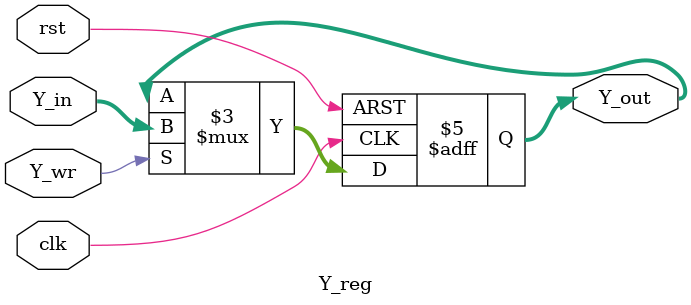
<source format=v>
module Y_reg(
input wire clk,
input wire rst,
input wire [31:0] Y_in,
input wire Y_wr,

output reg [31:0] Y_out
);

always @(posedge clk or negedge rst) begin
	if(~rst) Y_out<=32'd0;
	else if(Y_wr) Y_out<=Y_in;
end

endmodule
</source>
